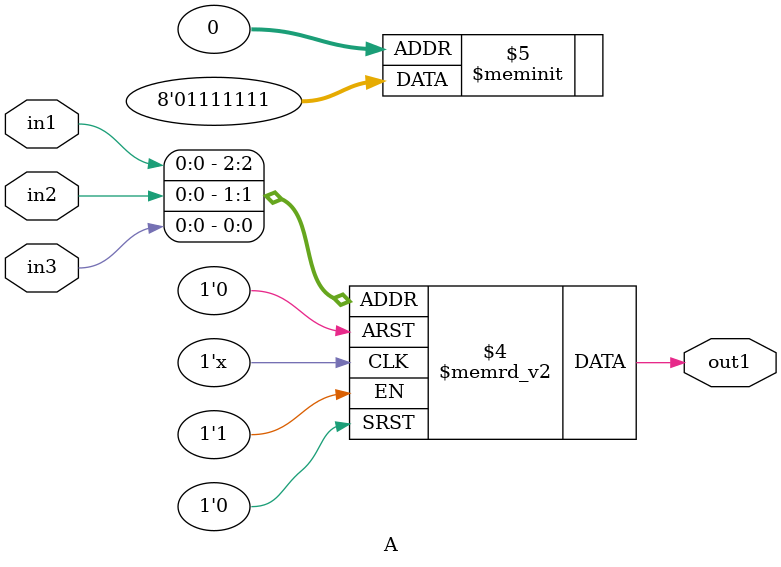
<source format=v>
module A(output out1,  input in1, in2, in3);
  always@(in1,in2)
    begin
      case({in1,in2,in3})
        3'b000: {out1} = 1'b1;
        3'b001: {out1} = 1'b1;
        3'b010: {out1} = 1'b1;
        3'b011: {out1} = 1'b1;
        3'b100: {out1} = 1'b1;
        3'b101: {out1} = 1'b1;
        3'b110: {out1} = 1'b1;
        3'b111: {out1} = 1'b0;
      endcase
    end
endmodule

</source>
